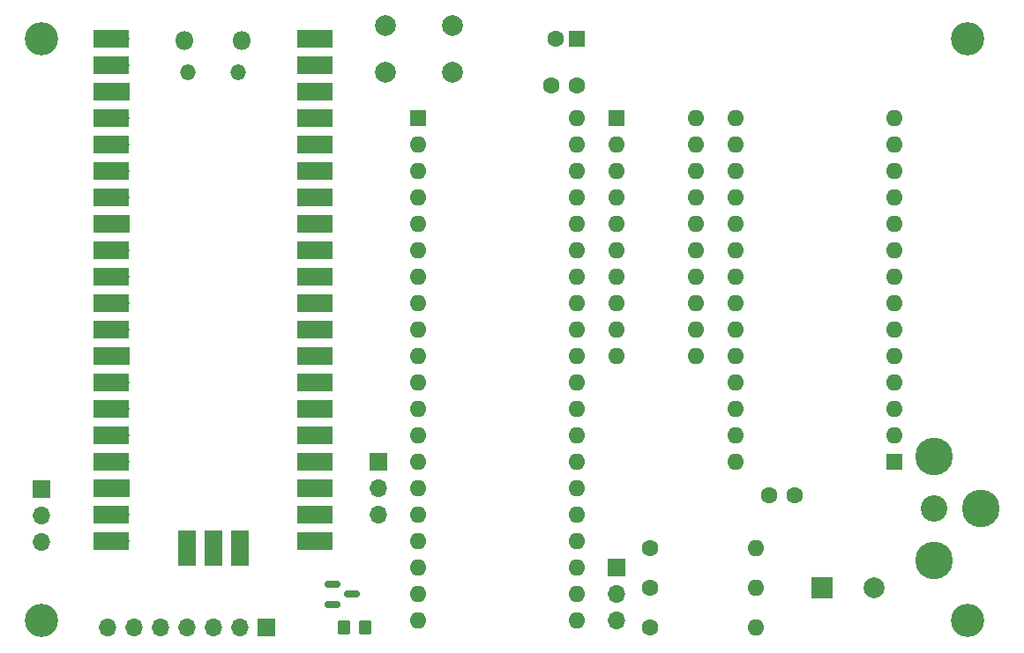
<source format=gts>
G04 #@! TF.GenerationSoftware,KiCad,Pcbnew,8.0.2*
G04 #@! TF.CreationDate,2024-09-13T22:39:51+09:00*
G04 #@! TF.ProjectId,rp2c02-rp2040,72703263-3032-42d7-9270-323034302e6b,rev?*
G04 #@! TF.SameCoordinates,Original*
G04 #@! TF.FileFunction,Soldermask,Top*
G04 #@! TF.FilePolarity,Negative*
%FSLAX46Y46*%
G04 Gerber Fmt 4.6, Leading zero omitted, Abs format (unit mm)*
G04 Created by KiCad (PCBNEW 8.0.2) date 2024-09-13 22:39:51*
%MOMM*%
%LPD*%
G01*
G04 APERTURE LIST*
G04 Aperture macros list*
%AMRoundRect*
0 Rectangle with rounded corners*
0 $1 Rounding radius*
0 $2 $3 $4 $5 $6 $7 $8 $9 X,Y pos of 4 corners*
0 Add a 4 corners polygon primitive as box body*
4,1,4,$2,$3,$4,$5,$6,$7,$8,$9,$2,$3,0*
0 Add four circle primitives for the rounded corners*
1,1,$1+$1,$2,$3*
1,1,$1+$1,$4,$5*
1,1,$1+$1,$6,$7*
1,1,$1+$1,$8,$9*
0 Add four rect primitives between the rounded corners*
20,1,$1+$1,$2,$3,$4,$5,0*
20,1,$1+$1,$4,$5,$6,$7,0*
20,1,$1+$1,$6,$7,$8,$9,0*
20,1,$1+$1,$8,$9,$2,$3,0*%
G04 Aperture macros list end*
%ADD10C,3.200000*%
%ADD11RoundRect,0.250000X0.350000X0.450000X-0.350000X0.450000X-0.350000X-0.450000X0.350000X-0.450000X0*%
%ADD12C,2.000000*%
%ADD13C,1.600000*%
%ADD14O,1.600000X1.600000*%
%ADD15C,2.550000*%
%ADD16C,3.616000*%
%ADD17R,1.600000X1.600000*%
%ADD18O,1.800000X1.800000*%
%ADD19O,1.500000X1.500000*%
%ADD20O,1.700000X1.700000*%
%ADD21R,3.500000X1.700000*%
%ADD22R,1.700000X1.700000*%
%ADD23R,1.700000X3.500000*%
%ADD24R,2.000000X2.000000*%
%ADD25RoundRect,0.150000X-0.587500X-0.150000X0.587500X-0.150000X0.587500X0.150000X-0.587500X0.150000X0*%
G04 APERTURE END LIST*
D10*
X68580000Y-113030000D03*
X157480000Y-57150000D03*
D11*
X99695000Y-113665000D03*
X97695000Y-113665000D03*
D12*
X108100000Y-60325000D03*
X101600000Y-60325000D03*
X108100000Y-55825000D03*
X101600000Y-55825000D03*
D13*
X127000000Y-109855000D03*
D14*
X137160000Y-109855000D03*
D10*
X157480000Y-113030000D03*
D15*
X154305000Y-102235000D03*
D16*
X158805000Y-102235000D03*
X154305000Y-107235000D03*
X154305000Y-97235000D03*
D17*
X120015000Y-57150000D03*
D13*
X118015000Y-57150000D03*
X127000000Y-113665000D03*
D14*
X137160000Y-113665000D03*
D18*
X82365000Y-57280000D03*
D19*
X82665000Y-60310000D03*
X87515000Y-60310000D03*
D18*
X87815000Y-57280000D03*
D20*
X76200000Y-57150000D03*
D21*
X75300000Y-57150000D03*
D20*
X76200000Y-59690000D03*
D21*
X75300000Y-59690000D03*
D22*
X76200000Y-62230000D03*
D21*
X75300000Y-62230000D03*
D20*
X76200000Y-64770000D03*
D21*
X75300000Y-64770000D03*
D20*
X76200000Y-67310000D03*
D21*
X75300000Y-67310000D03*
D20*
X76200000Y-69850000D03*
D21*
X75300000Y-69850000D03*
D20*
X76200000Y-72390000D03*
D21*
X75300000Y-72390000D03*
D22*
X76200000Y-74930000D03*
D21*
X75300000Y-74930000D03*
D20*
X76200000Y-77470000D03*
D21*
X75300000Y-77470000D03*
D20*
X76200000Y-80010000D03*
D21*
X75300000Y-80010000D03*
D20*
X76200000Y-82550000D03*
D21*
X75300000Y-82550000D03*
D20*
X76200000Y-85090000D03*
D21*
X75300000Y-85090000D03*
D22*
X76200000Y-87630000D03*
D21*
X75300000Y-87630000D03*
D20*
X76200000Y-90170000D03*
D21*
X75300000Y-90170000D03*
D20*
X76200000Y-92710000D03*
D21*
X75300000Y-92710000D03*
D20*
X76200000Y-95250000D03*
D21*
X75300000Y-95250000D03*
D20*
X76200000Y-97790000D03*
D21*
X75300000Y-97790000D03*
D22*
X76200000Y-100330000D03*
D21*
X75300000Y-100330000D03*
D20*
X76200000Y-102870000D03*
D21*
X75300000Y-102870000D03*
D20*
X76200000Y-105410000D03*
D21*
X75300000Y-105410000D03*
D20*
X93980000Y-105410000D03*
D21*
X94880000Y-105410000D03*
D20*
X93980000Y-102870000D03*
D21*
X94880000Y-102870000D03*
D22*
X93980000Y-100330000D03*
D21*
X94880000Y-100330000D03*
D20*
X93980000Y-97790000D03*
D21*
X94880000Y-97790000D03*
D20*
X93980000Y-95250000D03*
D21*
X94880000Y-95250000D03*
D20*
X93980000Y-92710000D03*
D21*
X94880000Y-92710000D03*
D20*
X93980000Y-90170000D03*
D21*
X94880000Y-90170000D03*
D22*
X93980000Y-87630000D03*
D21*
X94880000Y-87630000D03*
D20*
X93980000Y-85090000D03*
D21*
X94880000Y-85090000D03*
D20*
X93980000Y-82550000D03*
D21*
X94880000Y-82550000D03*
D20*
X93980000Y-80010000D03*
D21*
X94880000Y-80010000D03*
D20*
X93980000Y-77470000D03*
D21*
X94880000Y-77470000D03*
D22*
X93980000Y-74930000D03*
D21*
X94880000Y-74930000D03*
D20*
X93980000Y-72390000D03*
D21*
X94880000Y-72390000D03*
D20*
X93980000Y-69850000D03*
D21*
X94880000Y-69850000D03*
D20*
X93980000Y-67310000D03*
D21*
X94880000Y-67310000D03*
D20*
X93980000Y-64770000D03*
D21*
X94880000Y-64770000D03*
D22*
X93980000Y-62230000D03*
D21*
X94880000Y-62230000D03*
D20*
X93980000Y-59690000D03*
D21*
X94880000Y-59690000D03*
D20*
X93980000Y-57150000D03*
D21*
X94880000Y-57150000D03*
D20*
X82550000Y-105180000D03*
D23*
X82550000Y-106080000D03*
D22*
X85090000Y-105180000D03*
D23*
X85090000Y-106080000D03*
D20*
X87630000Y-105180000D03*
D23*
X87630000Y-106080000D03*
D13*
X127000000Y-106045000D03*
D14*
X137160000Y-106045000D03*
D24*
X143510000Y-109855000D03*
D12*
X148510000Y-109855000D03*
D13*
X138430000Y-100965000D03*
X140930000Y-100965000D03*
D22*
X68580000Y-100345000D03*
D20*
X68580000Y-102885000D03*
X68580000Y-105425000D03*
D13*
X120015000Y-61595000D03*
X117515000Y-61595000D03*
D22*
X100965000Y-97790000D03*
D20*
X100965000Y-100330000D03*
X100965000Y-102870000D03*
D17*
X150495000Y-97790000D03*
D14*
X150495000Y-95250000D03*
X150495000Y-92710000D03*
X150495000Y-90170000D03*
X150495000Y-87630000D03*
X150495000Y-85090000D03*
X150495000Y-82550000D03*
X150495000Y-80010000D03*
X150495000Y-77470000D03*
X150495000Y-74930000D03*
X150495000Y-72390000D03*
X150495000Y-69850000D03*
X150495000Y-67310000D03*
X150495000Y-64770000D03*
X135255000Y-64770000D03*
X135255000Y-67310000D03*
X135255000Y-69850000D03*
X135255000Y-72390000D03*
X135255000Y-74930000D03*
X135255000Y-77470000D03*
X135255000Y-80010000D03*
X135255000Y-82550000D03*
X135255000Y-85090000D03*
X135255000Y-87630000D03*
X135255000Y-90170000D03*
X135255000Y-92710000D03*
X135255000Y-95250000D03*
X135255000Y-97790000D03*
D25*
X96520000Y-109540000D03*
X96520000Y-111440000D03*
X98395000Y-110490000D03*
D17*
X123815000Y-64770000D03*
D14*
X123815000Y-67310000D03*
X123815000Y-69850000D03*
X123815000Y-72390000D03*
X123815000Y-74930000D03*
X123815000Y-77470000D03*
X123815000Y-80010000D03*
X123815000Y-82550000D03*
X123815000Y-85090000D03*
X123815000Y-87630000D03*
X131435000Y-87630000D03*
X131435000Y-85090000D03*
X131435000Y-82550000D03*
X131435000Y-80010000D03*
X131435000Y-77470000D03*
X131435000Y-74930000D03*
X131435000Y-72390000D03*
X131435000Y-69850000D03*
X131435000Y-67310000D03*
X131435000Y-64770000D03*
D22*
X123815000Y-107950000D03*
D20*
X123815000Y-110490000D03*
X123815000Y-113030000D03*
D22*
X90170000Y-113665000D03*
D20*
X87630000Y-113665000D03*
X85090000Y-113665000D03*
X82550000Y-113665000D03*
X80010000Y-113665000D03*
X77470000Y-113665000D03*
X74930000Y-113665000D03*
D17*
X104765000Y-64770000D03*
D14*
X104765000Y-67310000D03*
X104765000Y-69850000D03*
X104765000Y-72390000D03*
X104765000Y-74930000D03*
X104765000Y-77470000D03*
X104765000Y-80010000D03*
X104765000Y-82550000D03*
X104765000Y-85090000D03*
X104765000Y-87630000D03*
X104765000Y-90170000D03*
X104765000Y-92710000D03*
X104765000Y-95250000D03*
X104765000Y-97790000D03*
X104765000Y-100330000D03*
X104765000Y-102870000D03*
X104765000Y-105410000D03*
X104765000Y-107950000D03*
X104765000Y-110490000D03*
X104765000Y-113030000D03*
X120005000Y-113030000D03*
X120005000Y-110490000D03*
X120005000Y-107950000D03*
X120005000Y-105410000D03*
X120005000Y-102870000D03*
X120005000Y-100330000D03*
X120005000Y-97790000D03*
X120005000Y-95250000D03*
X120005000Y-92710000D03*
X120005000Y-90170000D03*
X120005000Y-87630000D03*
X120005000Y-85090000D03*
X120005000Y-82550000D03*
X120005000Y-80010000D03*
X120005000Y-77470000D03*
X120005000Y-74930000D03*
X120005000Y-72390000D03*
X120005000Y-69850000D03*
X120005000Y-67310000D03*
X120005000Y-64770000D03*
D10*
X68580000Y-57150000D03*
M02*

</source>
